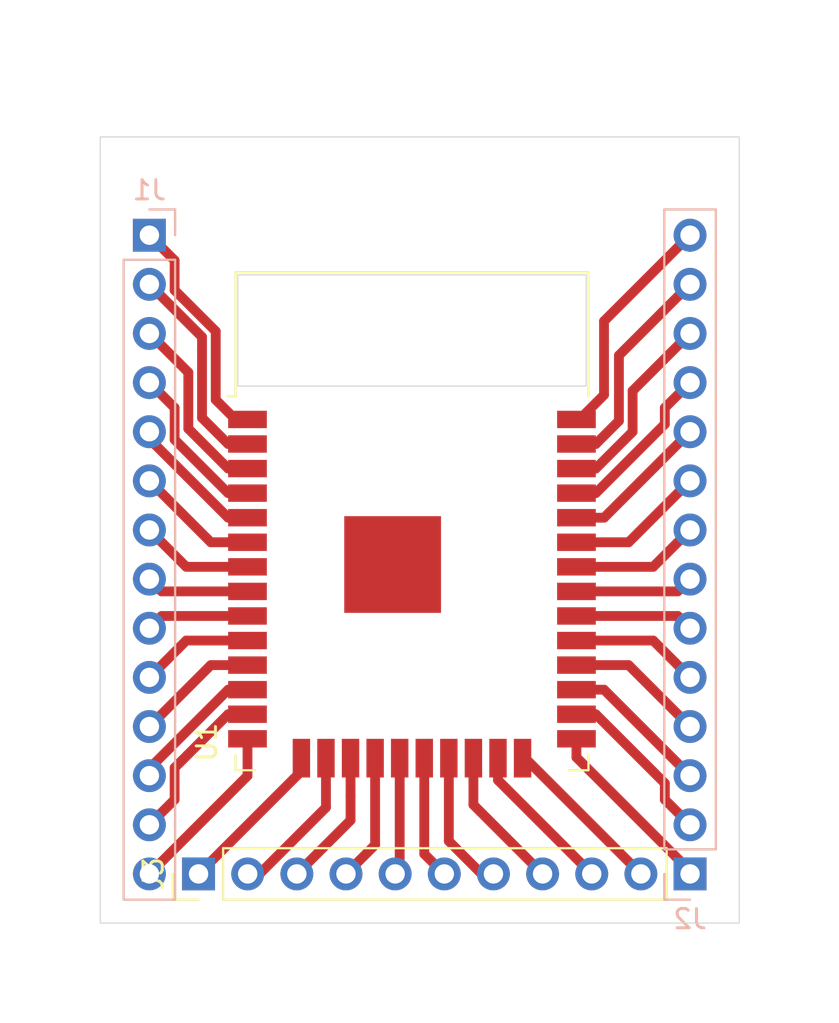
<source format=kicad_pcb>
(kicad_pcb (version 20171130) (host pcbnew "(5.1.10)-1")

  (general
    (thickness 1.6)
    (drawings 11)
    (tracks 106)
    (zones 0)
    (modules 4)
    (nets 36)
  )

  (page A4)
  (layers
    (0 F.Cu signal)
    (31 B.Cu signal)
    (32 B.Adhes user)
    (33 F.Adhes user)
    (34 B.Paste user)
    (35 F.Paste user)
    (36 B.SilkS user)
    (37 F.SilkS user)
    (38 B.Mask user)
    (39 F.Mask user)
    (40 Dwgs.User user)
    (41 Cmts.User user)
    (42 Eco1.User user)
    (43 Eco2.User user)
    (44 Edge.Cuts user)
    (45 Margin user)
    (46 B.CrtYd user)
    (47 F.CrtYd user)
    (48 B.Fab user)
    (49 F.Fab user)
  )

  (setup
    (last_trace_width 0.25)
    (user_trace_width 0.508)
    (trace_clearance 0.2)
    (zone_clearance 0.508)
    (zone_45_only no)
    (trace_min 0.2)
    (via_size 0.8)
    (via_drill 0.4)
    (via_min_size 0.4)
    (via_min_drill 0.3)
    (uvia_size 0.3)
    (uvia_drill 0.1)
    (uvias_allowed no)
    (uvia_min_size 0.2)
    (uvia_min_drill 0.1)
    (edge_width 0.05)
    (segment_width 0.2)
    (pcb_text_width 0.3)
    (pcb_text_size 1.5 1.5)
    (mod_edge_width 0.12)
    (mod_text_size 1 1)
    (mod_text_width 0.15)
    (pad_size 1.524 1.524)
    (pad_drill 0.762)
    (pad_to_mask_clearance 0)
    (aux_axis_origin 0 0)
    (visible_elements 7FFFFFFF)
    (pcbplotparams
      (layerselection 0x010fc_ffffffff)
      (usegerberextensions false)
      (usegerberattributes true)
      (usegerberadvancedattributes true)
      (creategerberjobfile true)
      (excludeedgelayer true)
      (linewidth 0.100000)
      (plotframeref false)
      (viasonmask false)
      (mode 1)
      (useauxorigin false)
      (hpglpennumber 1)
      (hpglpenspeed 20)
      (hpglpendiameter 15.000000)
      (psnegative false)
      (psa4output false)
      (plotreference true)
      (plotvalue true)
      (plotinvisibletext false)
      (padsonsilk false)
      (subtractmaskfromsilk false)
      (outputformat 1)
      (mirror false)
      (drillshape 1)
      (scaleselection 1)
      (outputdirectory ""))
  )

  (net 0 "")
  (net 1 /14)
  (net 2 /13)
  (net 3 /12)
  (net 4 /11)
  (net 5 /10)
  (net 6 /9)
  (net 7 /8)
  (net 8 /7)
  (net 9 /6)
  (net 10 /5)
  (net 11 /4)
  (net 12 /3)
  (net 13 /2)
  (net 14 /1)
  (net 15 /37)
  (net 16 /36)
  (net 17 /35)
  (net 18 /34)
  (net 19 /33)
  (net 20 /31)
  (net 21 /30)
  (net 22 /29)
  (net 23 /28)
  (net 24 /27)
  (net 25 /26)
  (net 26 /25)
  (net 27 /24)
  (net 28 /23)
  (net 29 /22)
  (net 30 /21)
  (net 31 /20)
  (net 32 /19)
  (net 33 /18)
  (net 34 /17)
  (net 35 /16)

  (net_class Default "This is the default net class."
    (clearance 0.2)
    (trace_width 0.25)
    (via_dia 0.8)
    (via_drill 0.4)
    (uvia_dia 0.3)
    (uvia_drill 0.1)
    (add_net /1)
    (add_net /10)
    (add_net /11)
    (add_net /12)
    (add_net /13)
    (add_net /14)
    (add_net /16)
    (add_net /17)
    (add_net /18)
    (add_net /19)
    (add_net /2)
    (add_net /20)
    (add_net /21)
    (add_net /22)
    (add_net /23)
    (add_net /24)
    (add_net /25)
    (add_net /26)
    (add_net /27)
    (add_net /28)
    (add_net /29)
    (add_net /3)
    (add_net /30)
    (add_net /31)
    (add_net /33)
    (add_net /34)
    (add_net /35)
    (add_net /36)
    (add_net /37)
    (add_net /4)
    (add_net /5)
    (add_net /6)
    (add_net /7)
    (add_net /8)
    (add_net /9)
  )

  (module Connector_PinHeader_2.54mm:PinHeader_1x10_P2.54mm_Vertical (layer F.Cu) (tedit 59FED5CC) (tstamp 61A21774)
    (at 109.22 109.22 90)
    (descr "Through hole straight pin header, 1x10, 2.54mm pitch, single row")
    (tags "Through hole pin header THT 1x10 2.54mm single row")
    (path /61A1DD30)
    (fp_text reference J3 (at 0 -2.33 90) (layer F.SilkS)
      (effects (font (size 1 1) (thickness 0.15)))
    )
    (fp_text value Conn_01x10_Female (at 0 25.19 90) (layer F.Fab)
      (effects (font (size 1 1) (thickness 0.15)))
    )
    (fp_line (start -0.635 -1.27) (end 1.27 -1.27) (layer F.Fab) (width 0.1))
    (fp_line (start 1.27 -1.27) (end 1.27 24.13) (layer F.Fab) (width 0.1))
    (fp_line (start 1.27 24.13) (end -1.27 24.13) (layer F.Fab) (width 0.1))
    (fp_line (start -1.27 24.13) (end -1.27 -0.635) (layer F.Fab) (width 0.1))
    (fp_line (start -1.27 -0.635) (end -0.635 -1.27) (layer F.Fab) (width 0.1))
    (fp_line (start -1.33 24.19) (end 1.33 24.19) (layer F.SilkS) (width 0.12))
    (fp_line (start -1.33 1.27) (end -1.33 24.19) (layer F.SilkS) (width 0.12))
    (fp_line (start 1.33 1.27) (end 1.33 24.19) (layer F.SilkS) (width 0.12))
    (fp_line (start -1.33 1.27) (end 1.33 1.27) (layer F.SilkS) (width 0.12))
    (fp_line (start -1.33 0) (end -1.33 -1.33) (layer F.SilkS) (width 0.12))
    (fp_line (start -1.33 -1.33) (end 0 -1.33) (layer F.SilkS) (width 0.12))
    (fp_line (start -1.8 -1.8) (end -1.8 24.65) (layer F.CrtYd) (width 0.05))
    (fp_line (start -1.8 24.65) (end 1.8 24.65) (layer F.CrtYd) (width 0.05))
    (fp_line (start 1.8 24.65) (end 1.8 -1.8) (layer F.CrtYd) (width 0.05))
    (fp_line (start 1.8 -1.8) (end -1.8 -1.8) (layer F.CrtYd) (width 0.05))
    (fp_text user %R (at 0 11.43) (layer F.Fab)
      (effects (font (size 1 1) (thickness 0.15)))
    )
    (pad 10 thru_hole oval (at 0 22.86 90) (size 1.7 1.7) (drill 1) (layers *.Cu *.Mask)
      (net 27 /24))
    (pad 9 thru_hole oval (at 0 20.32 90) (size 1.7 1.7) (drill 1) (layers *.Cu *.Mask)
      (net 28 /23))
    (pad 8 thru_hole oval (at 0 17.78 90) (size 1.7 1.7) (drill 1) (layers *.Cu *.Mask)
      (net 29 /22))
    (pad 7 thru_hole oval (at 0 15.24 90) (size 1.7 1.7) (drill 1) (layers *.Cu *.Mask)
      (net 30 /21))
    (pad 6 thru_hole oval (at 0 12.7 90) (size 1.7 1.7) (drill 1) (layers *.Cu *.Mask)
      (net 31 /20))
    (pad 5 thru_hole oval (at 0 10.16 90) (size 1.7 1.7) (drill 1) (layers *.Cu *.Mask)
      (net 32 /19))
    (pad 4 thru_hole oval (at 0 7.62 90) (size 1.7 1.7) (drill 1) (layers *.Cu *.Mask)
      (net 33 /18))
    (pad 3 thru_hole oval (at 0 5.08 90) (size 1.7 1.7) (drill 1) (layers *.Cu *.Mask)
      (net 34 /17))
    (pad 2 thru_hole oval (at 0 2.54 90) (size 1.7 1.7) (drill 1) (layers *.Cu *.Mask)
      (net 35 /16))
    (pad 1 thru_hole rect (at 0 0 90) (size 1.7 1.7) (drill 1) (layers *.Cu *.Mask)
      (net 14 /1))
    (model ${KISYS3DMOD}/Connector_PinHeader_2.54mm.3dshapes/PinHeader_1x10_P2.54mm_Vertical.wrl
      (at (xyz 0 0 0))
      (scale (xyz 1 1 1))
      (rotate (xyz 0 0 0))
    )
  )

  (module Connector_PinHeader_2.54mm:PinHeader_1x14_P2.54mm_Vertical (layer B.Cu) (tedit 59FED5CC) (tstamp 61A21756)
    (at 134.62 109.22)
    (descr "Through hole straight pin header, 1x14, 2.54mm pitch, single row")
    (tags "Through hole pin header THT 1x14 2.54mm single row")
    (path /61A1D94A)
    (fp_text reference J2 (at 0 2.33) (layer B.SilkS)
      (effects (font (size 1 1) (thickness 0.15)) (justify mirror))
    )
    (fp_text value Conn_01x14_Female (at 0 -35.35) (layer B.Fab)
      (effects (font (size 1 1) (thickness 0.15)) (justify mirror))
    )
    (fp_line (start -0.635 1.27) (end 1.27 1.27) (layer B.Fab) (width 0.1))
    (fp_line (start 1.27 1.27) (end 1.27 -34.29) (layer B.Fab) (width 0.1))
    (fp_line (start 1.27 -34.29) (end -1.27 -34.29) (layer B.Fab) (width 0.1))
    (fp_line (start -1.27 -34.29) (end -1.27 0.635) (layer B.Fab) (width 0.1))
    (fp_line (start -1.27 0.635) (end -0.635 1.27) (layer B.Fab) (width 0.1))
    (fp_line (start -1.33 -34.35) (end 1.33 -34.35) (layer B.SilkS) (width 0.12))
    (fp_line (start -1.33 -1.27) (end -1.33 -34.35) (layer B.SilkS) (width 0.12))
    (fp_line (start 1.33 -1.27) (end 1.33 -34.35) (layer B.SilkS) (width 0.12))
    (fp_line (start -1.33 -1.27) (end 1.33 -1.27) (layer B.SilkS) (width 0.12))
    (fp_line (start -1.33 0) (end -1.33 1.33) (layer B.SilkS) (width 0.12))
    (fp_line (start -1.33 1.33) (end 0 1.33) (layer B.SilkS) (width 0.12))
    (fp_line (start -1.8 1.8) (end -1.8 -34.8) (layer B.CrtYd) (width 0.05))
    (fp_line (start -1.8 -34.8) (end 1.8 -34.8) (layer B.CrtYd) (width 0.05))
    (fp_line (start 1.8 -34.8) (end 1.8 1.8) (layer B.CrtYd) (width 0.05))
    (fp_line (start 1.8 1.8) (end -1.8 1.8) (layer B.CrtYd) (width 0.05))
    (fp_text user %R (at 0 -16.51 270) (layer B.Fab)
      (effects (font (size 1 1) (thickness 0.15)) (justify mirror))
    )
    (pad 14 thru_hole oval (at 0 -33.02) (size 1.7 1.7) (drill 1) (layers *.Cu *.Mask)
      (net 14 /1))
    (pad 13 thru_hole oval (at 0 -30.48) (size 1.7 1.7) (drill 1) (layers *.Cu *.Mask)
      (net 15 /37))
    (pad 12 thru_hole oval (at 0 -27.94) (size 1.7 1.7) (drill 1) (layers *.Cu *.Mask)
      (net 16 /36))
    (pad 11 thru_hole oval (at 0 -25.4) (size 1.7 1.7) (drill 1) (layers *.Cu *.Mask)
      (net 17 /35))
    (pad 10 thru_hole oval (at 0 -22.86) (size 1.7 1.7) (drill 1) (layers *.Cu *.Mask)
      (net 18 /34))
    (pad 9 thru_hole oval (at 0 -20.32) (size 1.7 1.7) (drill 1) (layers *.Cu *.Mask)
      (net 19 /33))
    (pad 8 thru_hole oval (at 0 -17.78) (size 1.7 1.7) (drill 1) (layers *.Cu *.Mask))
    (pad 7 thru_hole oval (at 0 -15.24) (size 1.7 1.7) (drill 1) (layers *.Cu *.Mask)
      (net 20 /31))
    (pad 6 thru_hole oval (at 0 -12.7) (size 1.7 1.7) (drill 1) (layers *.Cu *.Mask)
      (net 21 /30))
    (pad 5 thru_hole oval (at 0 -10.16) (size 1.7 1.7) (drill 1) (layers *.Cu *.Mask)
      (net 22 /29))
    (pad 4 thru_hole oval (at 0 -7.62) (size 1.7 1.7) (drill 1) (layers *.Cu *.Mask)
      (net 23 /28))
    (pad 3 thru_hole oval (at 0 -5.08) (size 1.7 1.7) (drill 1) (layers *.Cu *.Mask)
      (net 24 /27))
    (pad 2 thru_hole oval (at 0 -2.54) (size 1.7 1.7) (drill 1) (layers *.Cu *.Mask)
      (net 25 /26))
    (pad 1 thru_hole rect (at 0 0) (size 1.7 1.7) (drill 1) (layers *.Cu *.Mask)
      (net 26 /25))
    (model ${KISYS3DMOD}/Connector_PinHeader_2.54mm.3dshapes/PinHeader_1x14_P2.54mm_Vertical.wrl
      (at (xyz 0 0 0))
      (scale (xyz 1 1 1))
      (rotate (xyz 0 0 0))
    )
  )

  (module Connector_PinHeader_2.54mm:PinHeader_1x14_P2.54mm_Vertical (layer B.Cu) (tedit 59FED5CC) (tstamp 61A21734)
    (at 106.68 76.2 180)
    (descr "Through hole straight pin header, 1x14, 2.54mm pitch, single row")
    (tags "Through hole pin header THT 1x14 2.54mm single row")
    (path /61A1D5C2)
    (fp_text reference J1 (at 0 2.33) (layer B.SilkS)
      (effects (font (size 1 1) (thickness 0.15)) (justify mirror))
    )
    (fp_text value Conn_01x14_Female (at 0 -35.35) (layer B.Fab)
      (effects (font (size 1 1) (thickness 0.15)) (justify mirror))
    )
    (fp_line (start -0.635 1.27) (end 1.27 1.27) (layer B.Fab) (width 0.1))
    (fp_line (start 1.27 1.27) (end 1.27 -34.29) (layer B.Fab) (width 0.1))
    (fp_line (start 1.27 -34.29) (end -1.27 -34.29) (layer B.Fab) (width 0.1))
    (fp_line (start -1.27 -34.29) (end -1.27 0.635) (layer B.Fab) (width 0.1))
    (fp_line (start -1.27 0.635) (end -0.635 1.27) (layer B.Fab) (width 0.1))
    (fp_line (start -1.33 -34.35) (end 1.33 -34.35) (layer B.SilkS) (width 0.12))
    (fp_line (start -1.33 -1.27) (end -1.33 -34.35) (layer B.SilkS) (width 0.12))
    (fp_line (start 1.33 -1.27) (end 1.33 -34.35) (layer B.SilkS) (width 0.12))
    (fp_line (start -1.33 -1.27) (end 1.33 -1.27) (layer B.SilkS) (width 0.12))
    (fp_line (start -1.33 0) (end -1.33 1.33) (layer B.SilkS) (width 0.12))
    (fp_line (start -1.33 1.33) (end 0 1.33) (layer B.SilkS) (width 0.12))
    (fp_line (start -1.8 1.8) (end -1.8 -34.8) (layer B.CrtYd) (width 0.05))
    (fp_line (start -1.8 -34.8) (end 1.8 -34.8) (layer B.CrtYd) (width 0.05))
    (fp_line (start 1.8 -34.8) (end 1.8 1.8) (layer B.CrtYd) (width 0.05))
    (fp_line (start 1.8 1.8) (end -1.8 1.8) (layer B.CrtYd) (width 0.05))
    (fp_text user %R (at 0 -16.51 270) (layer B.Fab)
      (effects (font (size 1 1) (thickness 0.15)) (justify mirror))
    )
    (pad 14 thru_hole oval (at 0 -33.02 180) (size 1.7 1.7) (drill 1) (layers *.Cu *.Mask)
      (net 1 /14))
    (pad 13 thru_hole oval (at 0 -30.48 180) (size 1.7 1.7) (drill 1) (layers *.Cu *.Mask)
      (net 2 /13))
    (pad 12 thru_hole oval (at 0 -27.94 180) (size 1.7 1.7) (drill 1) (layers *.Cu *.Mask)
      (net 3 /12))
    (pad 11 thru_hole oval (at 0 -25.4 180) (size 1.7 1.7) (drill 1) (layers *.Cu *.Mask)
      (net 4 /11))
    (pad 10 thru_hole oval (at 0 -22.86 180) (size 1.7 1.7) (drill 1) (layers *.Cu *.Mask)
      (net 5 /10))
    (pad 9 thru_hole oval (at 0 -20.32 180) (size 1.7 1.7) (drill 1) (layers *.Cu *.Mask)
      (net 6 /9))
    (pad 8 thru_hole oval (at 0 -17.78 180) (size 1.7 1.7) (drill 1) (layers *.Cu *.Mask)
      (net 7 /8))
    (pad 7 thru_hole oval (at 0 -15.24 180) (size 1.7 1.7) (drill 1) (layers *.Cu *.Mask)
      (net 8 /7))
    (pad 6 thru_hole oval (at 0 -12.7 180) (size 1.7 1.7) (drill 1) (layers *.Cu *.Mask)
      (net 9 /6))
    (pad 5 thru_hole oval (at 0 -10.16 180) (size 1.7 1.7) (drill 1) (layers *.Cu *.Mask)
      (net 10 /5))
    (pad 4 thru_hole oval (at 0 -7.62 180) (size 1.7 1.7) (drill 1) (layers *.Cu *.Mask)
      (net 11 /4))
    (pad 3 thru_hole oval (at 0 -5.08 180) (size 1.7 1.7) (drill 1) (layers *.Cu *.Mask)
      (net 12 /3))
    (pad 2 thru_hole oval (at 0 -2.54 180) (size 1.7 1.7) (drill 1) (layers *.Cu *.Mask)
      (net 13 /2))
    (pad 1 thru_hole rect (at 0 0 180) (size 1.7 1.7) (drill 1) (layers *.Cu *.Mask)
      (net 14 /1))
    (model ${KISYS3DMOD}/Connector_PinHeader_2.54mm.3dshapes/PinHeader_1x14_P2.54mm_Vertical.wrl
      (at (xyz 0 0 0))
      (scale (xyz 1 1 1))
      (rotate (xyz 0 0 0))
    )
  )

  (module RF_Module:ESP32-WROOM-32 (layer F.Cu) (tedit 5B5B4654) (tstamp 61A1B867)
    (at 120.25 93.98)
    (descr "Single 2.4 GHz Wi-Fi and Bluetooth combo chip https://www.espressif.com/sites/default/files/documentation/esp32-wroom-32_datasheet_en.pdf")
    (tags "Single 2.4 GHz Wi-Fi and Bluetooth combo  chip")
    (path /61A1B857)
    (attr smd)
    (fp_text reference U1 (at -10.61 8.43 90) (layer F.SilkS)
      (effects (font (size 1 1) (thickness 0.15)))
    )
    (fp_text value ESP32-WROOM-32D (at 0 11.5) (layer F.Fab)
      (effects (font (size 1 1) (thickness 0.15)))
    )
    (fp_line (start -14 -9.97) (end -14 -20.75) (layer Dwgs.User) (width 0.1))
    (fp_line (start 9 9.76) (end 9 -15.745) (layer F.Fab) (width 0.1))
    (fp_line (start -9 9.76) (end 9 9.76) (layer F.Fab) (width 0.1))
    (fp_line (start -9 -15.745) (end -9 -10.02) (layer F.Fab) (width 0.1))
    (fp_line (start -9 -15.745) (end 9 -15.745) (layer F.Fab) (width 0.1))
    (fp_line (start -9.75 10.5) (end -9.75 -9.72) (layer F.CrtYd) (width 0.05))
    (fp_line (start -9.75 10.5) (end 9.75 10.5) (layer F.CrtYd) (width 0.05))
    (fp_line (start 9.75 -9.72) (end 9.75 10.5) (layer F.CrtYd) (width 0.05))
    (fp_line (start -14.25 -21) (end 14.25 -21) (layer F.CrtYd) (width 0.05))
    (fp_line (start -9 -9.02) (end -9 9.76) (layer F.Fab) (width 0.1))
    (fp_line (start -8.5 -9.52) (end -9 -10.02) (layer F.Fab) (width 0.1))
    (fp_line (start -9 -9.02) (end -8.5 -9.52) (layer F.Fab) (width 0.1))
    (fp_line (start 14 -9.97) (end -14 -9.97) (layer Dwgs.User) (width 0.1))
    (fp_line (start 14 -9.97) (end 14 -20.75) (layer Dwgs.User) (width 0.1))
    (fp_line (start 14 -20.75) (end -14 -20.75) (layer Dwgs.User) (width 0.1))
    (fp_line (start -14.25 -21) (end -14.25 -9.72) (layer F.CrtYd) (width 0.05))
    (fp_line (start 14.25 -21) (end 14.25 -9.72) (layer F.CrtYd) (width 0.05))
    (fp_line (start -14.25 -9.72) (end -9.75 -9.72) (layer F.CrtYd) (width 0.05))
    (fp_line (start 9.75 -9.72) (end 14.25 -9.72) (layer F.CrtYd) (width 0.05))
    (fp_line (start -12.525 -20.75) (end -14 -19.66) (layer Dwgs.User) (width 0.1))
    (fp_line (start -10.525 -20.75) (end -14 -18.045) (layer Dwgs.User) (width 0.1))
    (fp_line (start -8.525 -20.75) (end -14 -16.43) (layer Dwgs.User) (width 0.1))
    (fp_line (start -6.525 -20.75) (end -14 -14.815) (layer Dwgs.User) (width 0.1))
    (fp_line (start -4.525 -20.75) (end -14 -13.2) (layer Dwgs.User) (width 0.1))
    (fp_line (start -2.525 -20.75) (end -14 -11.585) (layer Dwgs.User) (width 0.1))
    (fp_line (start -0.525 -20.75) (end -14 -9.97) (layer Dwgs.User) (width 0.1))
    (fp_line (start 1.475 -20.75) (end -12 -9.97) (layer Dwgs.User) (width 0.1))
    (fp_line (start 3.475 -20.75) (end -10 -9.97) (layer Dwgs.User) (width 0.1))
    (fp_line (start -8 -9.97) (end 5.475 -20.75) (layer Dwgs.User) (width 0.1))
    (fp_line (start 7.475 -20.75) (end -6 -9.97) (layer Dwgs.User) (width 0.1))
    (fp_line (start 9.475 -20.75) (end -4 -9.97) (layer Dwgs.User) (width 0.1))
    (fp_line (start 11.475 -20.75) (end -2 -9.97) (layer Dwgs.User) (width 0.1))
    (fp_line (start 13.475 -20.75) (end 0 -9.97) (layer Dwgs.User) (width 0.1))
    (fp_line (start 14 -19.66) (end 2 -9.97) (layer Dwgs.User) (width 0.1))
    (fp_line (start 14 -18.045) (end 4 -9.97) (layer Dwgs.User) (width 0.1))
    (fp_line (start 14 -16.43) (end 6 -9.97) (layer Dwgs.User) (width 0.1))
    (fp_line (start 14 -14.815) (end 8 -9.97) (layer Dwgs.User) (width 0.1))
    (fp_line (start 14 -13.2) (end 10 -9.97) (layer Dwgs.User) (width 0.1))
    (fp_line (start 14 -11.585) (end 12 -9.97) (layer Dwgs.User) (width 0.1))
    (fp_line (start 9.2 -13.875) (end 13.8 -13.875) (layer Cmts.User) (width 0.1))
    (fp_line (start 13.8 -13.875) (end 13.6 -14.075) (layer Cmts.User) (width 0.1))
    (fp_line (start 13.8 -13.875) (end 13.6 -13.675) (layer Cmts.User) (width 0.1))
    (fp_line (start 9.2 -13.875) (end 9.4 -14.075) (layer Cmts.User) (width 0.1))
    (fp_line (start 9.2 -13.875) (end 9.4 -13.675) (layer Cmts.User) (width 0.1))
    (fp_line (start -13.8 -13.875) (end -13.6 -14.075) (layer Cmts.User) (width 0.1))
    (fp_line (start -13.8 -13.875) (end -13.6 -13.675) (layer Cmts.User) (width 0.1))
    (fp_line (start -9.2 -13.875) (end -9.4 -13.675) (layer Cmts.User) (width 0.1))
    (fp_line (start -13.8 -13.875) (end -9.2 -13.875) (layer Cmts.User) (width 0.1))
    (fp_line (start -9.2 -13.875) (end -9.4 -14.075) (layer Cmts.User) (width 0.1))
    (fp_line (start 8.4 -16) (end 8.2 -16.2) (layer Cmts.User) (width 0.1))
    (fp_line (start 8.4 -16) (end 8.6 -16.2) (layer Cmts.User) (width 0.1))
    (fp_line (start 8.4 -20.6) (end 8.6 -20.4) (layer Cmts.User) (width 0.1))
    (fp_line (start 8.4 -16) (end 8.4 -20.6) (layer Cmts.User) (width 0.1))
    (fp_line (start 8.4 -20.6) (end 8.2 -20.4) (layer Cmts.User) (width 0.1))
    (fp_line (start -9.12 9.1) (end -9.12 9.88) (layer F.SilkS) (width 0.12))
    (fp_line (start -9.12 9.88) (end -8.12 9.88) (layer F.SilkS) (width 0.12))
    (fp_line (start 9.12 9.1) (end 9.12 9.88) (layer F.SilkS) (width 0.12))
    (fp_line (start 9.12 9.88) (end 8.12 9.88) (layer F.SilkS) (width 0.12))
    (fp_line (start -9.12 -15.865) (end 9.12 -15.865) (layer F.SilkS) (width 0.12))
    (fp_line (start 9.12 -15.865) (end 9.12 -9.445) (layer F.SilkS) (width 0.12))
    (fp_line (start -9.12 -15.865) (end -9.12 -9.445) (layer F.SilkS) (width 0.12))
    (fp_line (start -9.12 -9.445) (end -9.5 -9.445) (layer F.SilkS) (width 0.12))
    (fp_text user "5 mm" (at 7.8 -19.075 90) (layer Cmts.User)
      (effects (font (size 0.5 0.5) (thickness 0.1)))
    )
    (fp_text user "5 mm" (at -11.2 -14.375) (layer Cmts.User)
      (effects (font (size 0.5 0.5) (thickness 0.1)))
    )
    (fp_text user "5 mm" (at 11.8 -14.375) (layer Cmts.User)
      (effects (font (size 0.5 0.5) (thickness 0.1)))
    )
    (fp_text user Antenna (at 0 -13) (layer Cmts.User)
      (effects (font (size 1 1) (thickness 0.15)))
    )
    (fp_text user "KEEP-OUT ZONE" (at 0 -19) (layer Cmts.User)
      (effects (font (size 1 1) (thickness 0.15)))
    )
    (fp_text user %R (at 0 0) (layer F.Fab)
      (effects (font (size 1 1) (thickness 0.15)))
    )
    (pad 38 smd rect (at 8.5 -8.255) (size 2 0.9) (layers F.Cu F.Paste F.Mask)
      (net 14 /1))
    (pad 37 smd rect (at 8.5 -6.985) (size 2 0.9) (layers F.Cu F.Paste F.Mask)
      (net 15 /37))
    (pad 36 smd rect (at 8.5 -5.715) (size 2 0.9) (layers F.Cu F.Paste F.Mask)
      (net 16 /36))
    (pad 35 smd rect (at 8.5 -4.445) (size 2 0.9) (layers F.Cu F.Paste F.Mask)
      (net 17 /35))
    (pad 34 smd rect (at 8.5 -3.175) (size 2 0.9) (layers F.Cu F.Paste F.Mask)
      (net 18 /34))
    (pad 33 smd rect (at 8.5 -1.905) (size 2 0.9) (layers F.Cu F.Paste F.Mask)
      (net 19 /33))
    (pad 32 smd rect (at 8.5 -0.635) (size 2 0.9) (layers F.Cu F.Paste F.Mask))
    (pad 31 smd rect (at 8.5 0.635) (size 2 0.9) (layers F.Cu F.Paste F.Mask)
      (net 20 /31))
    (pad 30 smd rect (at 8.5 1.905) (size 2 0.9) (layers F.Cu F.Paste F.Mask)
      (net 21 /30))
    (pad 29 smd rect (at 8.5 3.175) (size 2 0.9) (layers F.Cu F.Paste F.Mask)
      (net 22 /29))
    (pad 28 smd rect (at 8.5 4.445) (size 2 0.9) (layers F.Cu F.Paste F.Mask)
      (net 23 /28))
    (pad 27 smd rect (at 8.5 5.715) (size 2 0.9) (layers F.Cu F.Paste F.Mask)
      (net 24 /27))
    (pad 26 smd rect (at 8.5 6.985) (size 2 0.9) (layers F.Cu F.Paste F.Mask)
      (net 25 /26))
    (pad 25 smd rect (at 8.5 8.255) (size 2 0.9) (layers F.Cu F.Paste F.Mask)
      (net 26 /25))
    (pad 24 smd rect (at 5.715 9.255 90) (size 2 0.9) (layers F.Cu F.Paste F.Mask)
      (net 27 /24))
    (pad 23 smd rect (at 4.445 9.255 90) (size 2 0.9) (layers F.Cu F.Paste F.Mask)
      (net 28 /23))
    (pad 22 smd rect (at 3.175 9.255 90) (size 2 0.9) (layers F.Cu F.Paste F.Mask)
      (net 29 /22))
    (pad 21 smd rect (at 1.905 9.255 90) (size 2 0.9) (layers F.Cu F.Paste F.Mask)
      (net 30 /21))
    (pad 20 smd rect (at 0.635 9.255 90) (size 2 0.9) (layers F.Cu F.Paste F.Mask)
      (net 31 /20))
    (pad 19 smd rect (at -0.635 9.255 90) (size 2 0.9) (layers F.Cu F.Paste F.Mask)
      (net 32 /19))
    (pad 18 smd rect (at -1.905 9.255 90) (size 2 0.9) (layers F.Cu F.Paste F.Mask)
      (net 33 /18))
    (pad 17 smd rect (at -3.175 9.255 90) (size 2 0.9) (layers F.Cu F.Paste F.Mask)
      (net 34 /17))
    (pad 16 smd rect (at -4.445 9.255 90) (size 2 0.9) (layers F.Cu F.Paste F.Mask)
      (net 35 /16))
    (pad 15 smd rect (at -5.715 9.255 90) (size 2 0.9) (layers F.Cu F.Paste F.Mask)
      (net 14 /1))
    (pad 14 smd rect (at -8.5 8.255) (size 2 0.9) (layers F.Cu F.Paste F.Mask)
      (net 1 /14))
    (pad 13 smd rect (at -8.5 6.985) (size 2 0.9) (layers F.Cu F.Paste F.Mask)
      (net 2 /13))
    (pad 12 smd rect (at -8.5 5.715) (size 2 0.9) (layers F.Cu F.Paste F.Mask)
      (net 3 /12))
    (pad 11 smd rect (at -8.5 4.445) (size 2 0.9) (layers F.Cu F.Paste F.Mask)
      (net 4 /11))
    (pad 10 smd rect (at -8.5 3.175) (size 2 0.9) (layers F.Cu F.Paste F.Mask)
      (net 5 /10))
    (pad 9 smd rect (at -8.5 1.905) (size 2 0.9) (layers F.Cu F.Paste F.Mask)
      (net 6 /9))
    (pad 8 smd rect (at -8.5 0.635) (size 2 0.9) (layers F.Cu F.Paste F.Mask)
      (net 7 /8))
    (pad 7 smd rect (at -8.5 -0.635) (size 2 0.9) (layers F.Cu F.Paste F.Mask)
      (net 8 /7))
    (pad 6 smd rect (at -8.5 -1.905) (size 2 0.9) (layers F.Cu F.Paste F.Mask)
      (net 9 /6))
    (pad 5 smd rect (at -8.5 -3.175) (size 2 0.9) (layers F.Cu F.Paste F.Mask)
      (net 10 /5))
    (pad 4 smd rect (at -8.5 -4.445) (size 2 0.9) (layers F.Cu F.Paste F.Mask)
      (net 11 /4))
    (pad 3 smd rect (at -8.5 -5.715) (size 2 0.9) (layers F.Cu F.Paste F.Mask)
      (net 12 /3))
    (pad 2 smd rect (at -8.5 -6.985) (size 2 0.9) (layers F.Cu F.Paste F.Mask)
      (net 13 /2))
    (pad 1 smd rect (at -8.5 -8.255) (size 2 0.9) (layers F.Cu F.Paste F.Mask)
      (net 14 /1))
    (pad 39 smd rect (at -1 -0.755) (size 5 5) (layers F.Cu F.Paste F.Mask)
      (net 14 /1))
    (model ${KISYS3DMOD}/RF_Module.3dshapes/ESP32-WROOM-32.wrl
      (at (xyz 0 0 0))
      (scale (xyz 1 1 1))
      (rotate (xyz 0 0 0))
    )
  )

  (dimension 2.54 (width 0.15) (layer Dwgs.User)
    (gr_text "2.540 mm" (at 105.41 69.185) (layer Dwgs.User)
      (effects (font (size 1 1) (thickness 0.15)))
    )
    (feature1 (pts (xy 104.14 76.2) (xy 104.14 69.898579)))
    (feature2 (pts (xy 106.68 76.2) (xy 106.68 69.898579)))
    (crossbar (pts (xy 106.68 70.485) (xy 104.14 70.485)))
    (arrow1a (pts (xy 104.14 70.485) (xy 105.266504 69.898579)))
    (arrow1b (pts (xy 104.14 70.485) (xy 105.266504 71.071421)))
    (arrow2a (pts (xy 106.68 70.485) (xy 105.553496 69.898579)))
    (arrow2b (pts (xy 106.68 70.485) (xy 105.553496 71.071421)))
  )
  (gr_line (start 104.14 71.12) (end 104.14 71.755) (layer Edge.Cuts) (width 0.05) (tstamp 61A2DB5E))
  (gr_line (start 137.16 71.12) (end 104.14 71.12) (layer Edge.Cuts) (width 0.05))
  (gr_line (start 137.16 111.76) (end 137.16 71.12) (layer Edge.Cuts) (width 0.05))
  (gr_line (start 104.14 111.76) (end 137.16 111.76) (layer Edge.Cuts) (width 0.05))
  (gr_line (start 104.14 71.755) (end 104.14 111.76) (layer Edge.Cuts) (width 0.05))
  (gr_line (start 129.25 78.25) (end 129.25 84) (layer Edge.Cuts) (width 0.05) (tstamp 61A2DB5D))
  (gr_line (start 111.25 78.25) (end 129.25 78.25) (layer Edge.Cuts) (width 0.05))
  (gr_line (start 111.25 84) (end 111.25 78.25) (layer Edge.Cuts) (width 0.05))
  (gr_line (start 129.25 84) (end 111.25 84) (layer Edge.Cuts) (width 0.05))
  (dimension 27.94 (width 0.15) (layer Dwgs.User)
    (gr_text "27.940 mm" (at 120.65 64.74) (layer Dwgs.User)
      (effects (font (size 1 1) (thickness 0.15)))
    )
    (feature1 (pts (xy 106.68 76.2) (xy 106.68 65.453579)))
    (feature2 (pts (xy 134.62 76.2) (xy 134.62 65.453579)))
    (crossbar (pts (xy 134.62 66.04) (xy 106.68 66.04)))
    (arrow1a (pts (xy 106.68 66.04) (xy 107.806504 65.453579)))
    (arrow1b (pts (xy 106.68 66.04) (xy 107.806504 66.626421)))
    (arrow2a (pts (xy 134.62 66.04) (xy 133.493496 65.453579)))
    (arrow2b (pts (xy 134.62 66.04) (xy 133.493496 66.626421)))
  )

  (segment (start 132.715 93.345) (end 134.62 91.44) (width 0.508) (layer F.Cu) (net 0))
  (segment (start 128.75 93.345) (end 132.715 93.345) (width 0.508) (layer F.Cu) (net 0))
  (segment (start 111.75 104.15) (end 111.75 102.235) (width 0.508) (layer F.Cu) (net 1))
  (segment (start 106.68 109.22) (end 111.75 104.15) (width 0.508) (layer F.Cu) (net 1))
  (segment (start 107.984001 105.375999) (end 106.68 106.68) (width 0.508) (layer F.Cu) (net 2))
  (segment (start 107.984001 103.733797) (end 107.984001 105.375999) (width 0.508) (layer F.Cu) (net 2))
  (segment (start 110.752798 100.965) (end 107.984001 103.733797) (width 0.508) (layer F.Cu) (net 2))
  (segment (start 111.75 100.965) (end 110.752798 100.965) (width 0.508) (layer F.Cu) (net 2))
  (segment (start 106.68 103.767798) (end 106.68 104.14) (width 0.508) (layer F.Cu) (net 3))
  (segment (start 110.752798 99.695) (end 106.68 103.767798) (width 0.508) (layer F.Cu) (net 3))
  (segment (start 111.75 99.695) (end 110.752798 99.695) (width 0.508) (layer F.Cu) (net 3))
  (segment (start 109.855 98.425) (end 106.68 101.6) (width 0.508) (layer F.Cu) (net 4))
  (segment (start 111.75 98.425) (end 109.855 98.425) (width 0.508) (layer F.Cu) (net 4))
  (segment (start 108.585 97.155) (end 106.68 99.06) (width 0.508) (layer F.Cu) (net 5))
  (segment (start 111.75 97.155) (end 108.585 97.155) (width 0.508) (layer F.Cu) (net 5))
  (segment (start 107.315 95.885) (end 111.75 95.885) (width 0.508) (layer F.Cu) (net 6))
  (segment (start 106.68 96.52) (end 107.315 95.885) (width 0.508) (layer F.Cu) (net 6))
  (segment (start 107.315 94.615) (end 106.68 93.98) (width 0.508) (layer F.Cu) (net 7))
  (segment (start 111.75 94.615) (end 107.315 94.615) (width 0.508) (layer F.Cu) (net 7))
  (segment (start 108.585 93.345) (end 106.68 91.44) (width 0.508) (layer F.Cu) (net 8))
  (segment (start 111.75 93.345) (end 108.585 93.345) (width 0.508) (layer F.Cu) (net 8))
  (segment (start 111.75 92.075) (end 110.752798 92.075) (width 0.508) (layer F.Cu) (net 9))
  (segment (start 111.75 92.075) (end 109.855 92.075) (width 0.508) (layer F.Cu) (net 9))
  (segment (start 109.855 92.075) (end 106.68 88.9) (width 0.508) (layer F.Cu) (net 9))
  (segment (start 106.68 86.732202) (end 106.68 86.36) (width 0.508) (layer F.Cu) (net 10))
  (segment (start 110.752798 90.805) (end 106.68 86.732202) (width 0.508) (layer F.Cu) (net 10))
  (segment (start 111.75 90.805) (end 110.752798 90.805) (width 0.508) (layer F.Cu) (net 10))
  (segment (start 107.984001 85.124001) (end 106.68 83.82) (width 0.508) (layer F.Cu) (net 11))
  (segment (start 107.984001 86.766203) (end 107.984001 85.124001) (width 0.508) (layer F.Cu) (net 11))
  (segment (start 110.752798 89.535) (end 107.984001 86.766203) (width 0.508) (layer F.Cu) (net 11))
  (segment (start 111.75 89.535) (end 110.752798 89.535) (width 0.508) (layer F.Cu) (net 11))
  (segment (start 108.692011 83.292011) (end 106.68 81.28) (width 0.508) (layer F.Cu) (net 12))
  (segment (start 108.692011 86.204213) (end 108.692011 83.292011) (width 0.508) (layer F.Cu) (net 12))
  (segment (start 110.752798 88.265) (end 108.692011 86.204213) (width 0.508) (layer F.Cu) (net 12))
  (segment (start 111.75 88.265) (end 110.752798 88.265) (width 0.508) (layer F.Cu) (net 12))
  (segment (start 109.400021 81.460021) (end 106.68 78.74) (width 0.508) (layer F.Cu) (net 13))
  (segment (start 109.400021 85.642223) (end 109.400021 81.460021) (width 0.508) (layer F.Cu) (net 13))
  (segment (start 110.752798 86.995) (end 109.400021 85.642223) (width 0.508) (layer F.Cu) (net 13))
  (segment (start 111.75 86.995) (end 110.752798 86.995) (width 0.508) (layer F.Cu) (net 13))
  (segment (start 134.62 76.810078) (end 134.62 76.2) (width 0.508) (layer F.Cu) (net 14))
  (segment (start 114.535 103.905) (end 109.22 109.22) (width 0.508) (layer F.Cu) (net 14))
  (segment (start 114.535 103.235) (end 114.535 103.905) (width 0.508) (layer F.Cu) (net 14))
  (segment (start 128.75 85.725) (end 128.905 85.725) (width 0.508) (layer F.Cu) (net 14))
  (segment (start 128.905 85.725) (end 130.175 84.455) (width 0.508) (layer F.Cu) (net 14))
  (segment (start 130.175 80.645) (end 134.62 76.2) (width 0.508) (layer F.Cu) (net 14))
  (segment (start 130.175 84.455) (end 130.175 80.645) (width 0.508) (layer F.Cu) (net 14))
  (segment (start 111.75 85.725) (end 111.125 85.725) (width 0.508) (layer F.Cu) (net 14))
  (segment (start 111.125 85.725) (end 110.108031 84.708031) (width 0.508) (layer F.Cu) (net 14))
  (segment (start 107.984001 77.504001) (end 106.68 76.2) (width 0.508) (layer F.Cu) (net 14))
  (segment (start 107.984001 79.042724) (end 107.984001 77.504001) (width 0.508) (layer F.Cu) (net 14))
  (segment (start 110.108031 81.166754) (end 107.984001 79.042724) (width 0.508) (layer F.Cu) (net 14))
  (segment (start 110.108031 84.708031) (end 110.108031 81.166754) (width 0.508) (layer F.Cu) (net 14))
  (segment (start 130.944192 85.79801) (end 130.944192 82.415808) (width 0.508) (layer F.Cu) (net 15))
  (segment (start 130.944192 82.415808) (end 134.62 78.74) (width 0.508) (layer F.Cu) (net 15))
  (segment (start 129.747202 86.995) (end 130.944192 85.79801) (width 0.508) (layer F.Cu) (net 15))
  (segment (start 128.75 86.995) (end 129.747202 86.995) (width 0.508) (layer F.Cu) (net 15))
  (segment (start 131.652202 84.247798) (end 134.62 81.28) (width 0.508) (layer F.Cu) (net 16))
  (segment (start 131.652202 86.36) (end 131.652202 84.247798) (width 0.508) (layer F.Cu) (net 16))
  (segment (start 129.747202 88.265) (end 131.652202 86.36) (width 0.508) (layer F.Cu) (net 16))
  (segment (start 128.75 88.265) (end 129.747202 88.265) (width 0.508) (layer F.Cu) (net 16))
  (segment (start 133.315999 85.124001) (end 134.62 83.82) (width 0.508) (layer F.Cu) (net 17))
  (segment (start 133.315999 85.966203) (end 133.315999 85.124001) (width 0.508) (layer F.Cu) (net 17))
  (segment (start 129.747202 89.535) (end 133.315999 85.966203) (width 0.508) (layer F.Cu) (net 17))
  (segment (start 128.75 89.535) (end 129.747202 89.535) (width 0.508) (layer F.Cu) (net 17))
  (segment (start 130.175 90.805) (end 134.62 86.36) (width 0.508) (layer F.Cu) (net 18))
  (segment (start 128.75 90.805) (end 130.175 90.805) (width 0.508) (layer F.Cu) (net 18))
  (segment (start 131.445 92.075) (end 134.62 88.9) (width 0.508) (layer F.Cu) (net 19))
  (segment (start 128.75 92.075) (end 131.445 92.075) (width 0.508) (layer F.Cu) (net 19))
  (segment (start 133.985 94.615) (end 134.62 93.98) (width 0.508) (layer F.Cu) (net 20))
  (segment (start 128.75 94.615) (end 133.985 94.615) (width 0.508) (layer F.Cu) (net 20))
  (segment (start 133.985 95.885) (end 134.62 96.52) (width 0.508) (layer F.Cu) (net 21))
  (segment (start 128.75 95.885) (end 133.985 95.885) (width 0.508) (layer F.Cu) (net 21))
  (segment (start 132.715 97.155) (end 128.75 97.155) (width 0.508) (layer F.Cu) (net 22))
  (segment (start 134.62 99.06) (end 132.715 97.155) (width 0.508) (layer F.Cu) (net 22))
  (segment (start 131.445 98.425) (end 128.75 98.425) (width 0.508) (layer F.Cu) (net 23))
  (segment (start 134.62 101.6) (end 131.445 98.425) (width 0.508) (layer F.Cu) (net 23))
  (segment (start 130.175 99.695) (end 134.62 104.14) (width 0.508) (layer F.Cu) (net 24))
  (segment (start 128.75 99.695) (end 130.175 99.695) (width 0.508) (layer F.Cu) (net 24))
  (segment (start 133.315999 105.375999) (end 134.62 106.68) (width 0.508) (layer F.Cu) (net 25))
  (segment (start 133.315999 104.533797) (end 133.315999 105.375999) (width 0.508) (layer F.Cu) (net 25))
  (segment (start 129.747202 100.965) (end 133.315999 104.533797) (width 0.508) (layer F.Cu) (net 25))
  (segment (start 128.75 100.965) (end 129.747202 100.965) (width 0.508) (layer F.Cu) (net 25))
  (segment (start 134.62 109.063) (end 134.62 109.22) (width 0.508) (layer F.Cu) (net 26))
  (segment (start 128.75 103.193) (end 134.62 109.063) (width 0.508) (layer F.Cu) (net 26))
  (segment (start 128.75 102.235) (end 128.75 103.193) (width 0.508) (layer F.Cu) (net 26))
  (segment (start 126.095 103.235) (end 125.965 103.235) (width 0.508) (layer F.Cu) (net 27))
  (segment (start 132.08 109.22) (end 126.095 103.235) (width 0.508) (layer F.Cu) (net 27))
  (segment (start 124.695 104.375) (end 124.695 103.235) (width 0.508) (layer F.Cu) (net 28))
  (segment (start 129.54 109.22) (end 124.695 104.375) (width 0.508) (layer F.Cu) (net 28))
  (segment (start 123.425 105.645) (end 123.425 103.235) (width 0.508) (layer F.Cu) (net 29))
  (segment (start 127 109.22) (end 123.425 105.645) (width 0.508) (layer F.Cu) (net 29))
  (segment (start 123.849922 109.22) (end 124.46 109.22) (width 0.508) (layer F.Cu) (net 30))
  (segment (start 122.155 107.525078) (end 123.849922 109.22) (width 0.508) (layer F.Cu) (net 30))
  (segment (start 122.155 103.235) (end 122.155 107.525078) (width 0.508) (layer F.Cu) (net 30))
  (segment (start 120.885 108.185) (end 120.885 103.235) (width 0.508) (layer F.Cu) (net 31))
  (segment (start 121.92 109.22) (end 120.885 108.185) (width 0.508) (layer F.Cu) (net 31))
  (segment (start 119.615 108.985) (end 119.38 109.22) (width 0.508) (layer F.Cu) (net 32))
  (segment (start 119.615 103.235) (end 119.615 108.985) (width 0.508) (layer F.Cu) (net 32))
  (segment (start 118.345 107.715) (end 116.84 109.22) (width 0.508) (layer F.Cu) (net 33))
  (segment (start 118.345 103.235) (end 118.345 107.715) (width 0.508) (layer F.Cu) (net 33))
  (segment (start 117.075 105.175) (end 117.075 103.235) (width 0.508) (layer F.Cu) (net 34))
  (segment (start 117.075 106.445) (end 117.075 105.175) (width 0.508) (layer F.Cu) (net 34))
  (segment (start 114.3 109.22) (end 117.075 106.445) (width 0.508) (layer F.Cu) (net 34))
  (segment (start 112.370078 109.22) (end 111.76 109.22) (width 0.508) (layer F.Cu) (net 35))
  (segment (start 115.805 105.785078) (end 112.370078 109.22) (width 0.508) (layer F.Cu) (net 35))
  (segment (start 115.805 103.235) (end 115.805 105.785078) (width 0.508) (layer F.Cu) (net 35))

)

</source>
